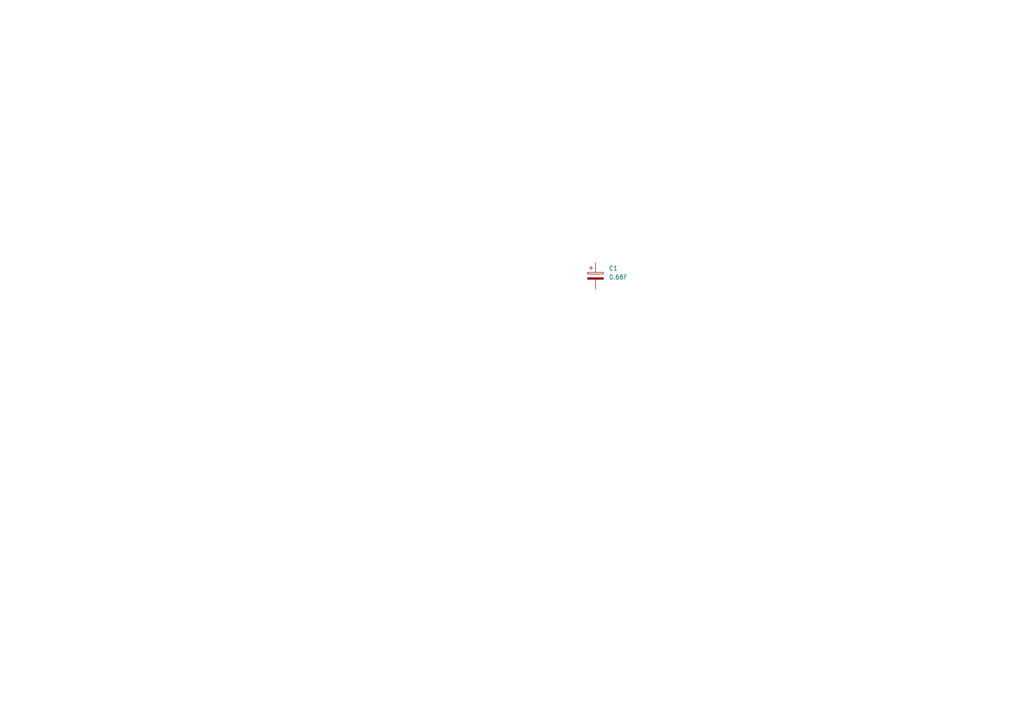
<source format=kicad_sch>
(kicad_sch (version 20231120) (generator "eeschema") (generator_version "8.0")
  (paper "A4")
  (lib_symbols
    (symbol "Device:C_Polarized" (pin_numbers hide) (pin_names (offset 0.254))
      (property "Reference" "C" (at 0.635 2.54 0))
      (property "Value" "C_Polarized" (at 0.635 -2.54 0))
      (symbol "C_Polarized_0_1"
        (rectangle (start -2.286 0.508) (end 2.286 1.016))
        (polyline (pts (xy -1.778 2.286) (xy -0.762 2.286)))
        (polyline (pts (xy -1.27 2.794) (xy -1.27 1.778)))
        (rectangle (start 2.286 -0.508) (end -2.286 -1.016) (fill (type outline)))
      )
      (symbol "C_Polarized_1_1"
        (pin passive line (at 0 3.81 270) (length 2.794) (name "~") (number "1"))
        (pin passive line (at 0 -3.81 90) (length 2.794) (name "~") (number "2"))
      )
    )
  )
  (symbol (lib_id "Device:C_Polarized") (at 172.72 80.01 0) (unit 1)
    (property "Reference" "C1" (at 176.53 77.8509 0) (effects (justify left)))
    (property "Value" "0.66F" (at 176.53 80.3909 0) (effects (justify left)))
    (property "Description" "Polarized capacitor" (effects (hide yes)))
  )
)
</source>
